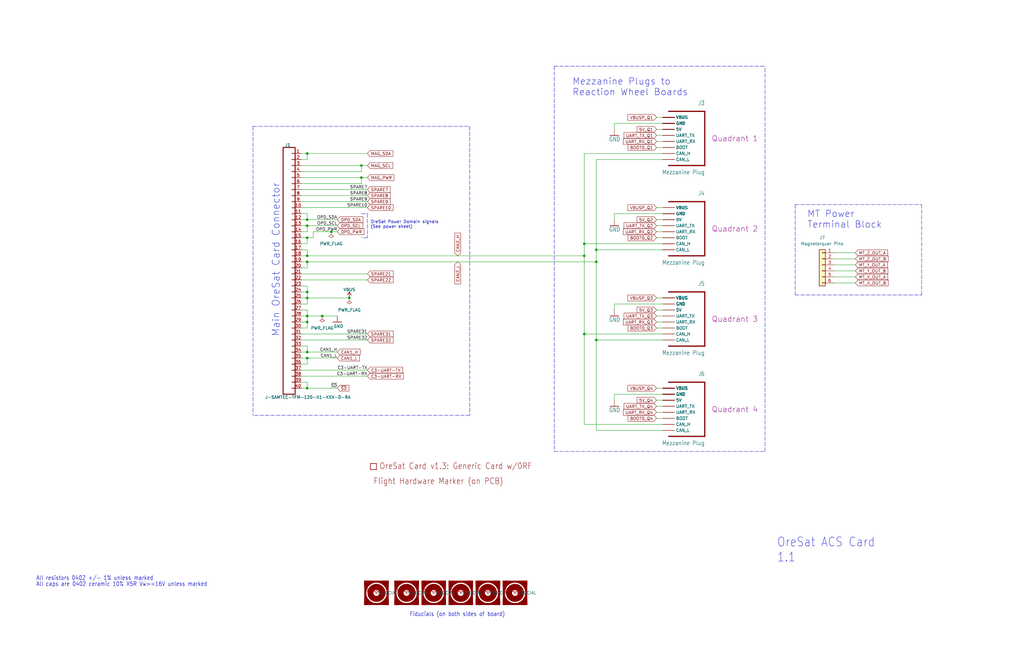
<source format=kicad_sch>
(kicad_sch (version 20211123) (generator eeschema)
  (paper "B")
  (lib_symbols
    (symbol "555600307_1"
      (property "Reference" "J" (at -12.7 13.97 0))
      (property "Value" "555600307_1" (at -12.7 -13.97 0))
      (symbol "555600307_1_1_0"
        (polyline (pts (xy -12.7 -10.16) (xy 2.54 -10.16)) (stroke (width 0.508)))
        (polyline (pts (xy 2.54 12.7) (xy -12.7 12.7)) (stroke (width 0.508)))
        (pin bidirectional line (at 5.08 -7.62 180) (length 5.08) (name "CAN_L") (number "P$1"))
        (pin power_in line (at 5.08 7.62 180) (length 5.08) (name "GND") (number "P$10"))
        (pin power_in line (at 5.08 7.62 180) (length 5.08) (name "GND") (number "P$11"))
        (pin power_in line (at 5.08 10.16 180) (length 5.08) (name "VBUS") (number "P$12"))
        (pin power_in line (at 5.08 10.16 180) (length 5.08) (name "VBUS") (number "P$13"))
        (pin power_in line (at 5.08 10.16 180) (length 5.08) (name "VBUS") (number "P$14"))
        (pin power_in line (at 5.08 10.16 180) (length 5.08) (name "VBUS") (number "P$15"))
        (pin power_in line (at 5.08 10.16 180) (length 5.08) (name "VBUS") (number "P$16"))
        (pin power_in line (at 5.08 10.16 180) (length 5.08) (name "VBUS") (number "P$17"))
        (pin power_in line (at 5.08 10.16 180) (length 5.08) (name "VBUS") (number "P$18"))
        (pin power_in line (at 5.08 10.16 180) (length 5.08) (name "VBUS") (number "P$19"))
        (pin bidirectional line (at 5.08 -5.08 180) (length 5.08) (name "CAN_H") (number "P$2"))
        (pin power_in line (at 5.08 7.62 180) (length 5.08) (name "GND") (number "P$20"))
        (pin power_in line (at 5.08 7.62 180) (length 5.08) (name "GND") (number "P$21"))
        (pin power_in line (at 5.08 7.62 180) (length 5.08) (name "GND") (number "P$22"))
        (pin power_in line (at 5.08 7.62 180) (length 5.08) (name "GND") (number "P$23"))
        (pin power_in line (at 5.08 5.08 180) (length 5.08) (name "5V") (number "P$24"))
        (pin power_in line (at 5.08 5.08 180) (length 5.08) (name "5V") (number "P$25"))
        (pin bidirectional line (at 5.08 2.54 180) (length 5.08) (name "UART_TX") (number "P$26"))
        (pin bidirectional line (at 5.08 0 180) (length 5.08) (name "UART_RX") (number "P$27"))
        (pin bidirectional line (at 5.08 -2.54 180) (length 5.08) (name "BOOT") (number "P$28"))
        (pin bidirectional line (at 5.08 -5.08 180) (length 5.08) (name "CAN_H") (number "P$29"))
        (pin bidirectional line (at 5.08 -2.54 180) (length 5.08) (name "BOOT") (number "P$3"))
        (pin bidirectional line (at 5.08 -7.62 180) (length 5.08) (name "CAN_L") (number "P$30"))
        (pin bidirectional line (at 5.08 0 180) (length 5.08) (name "UART_RX") (number "P$4"))
        (pin bidirectional line (at 5.08 2.54 180) (length 5.08) (name "UART_TX") (number "P$5"))
        (pin power_in line (at 5.08 5.08 180) (length 5.08) (name "5V") (number "P$6"))
        (pin power_in line (at 5.08 5.08 180) (length 5.08) (name "5V") (number "P$7"))
        (pin power_in line (at 5.08 7.62 180) (length 5.08) (name "GND") (number "P$8"))
        (pin power_in line (at 5.08 7.62 180) (length 5.08) (name "GND") (number "P$9"))
      )
      (symbol "555600307_1_1_1"
        (polyline (pts (xy -12.7 12.7) (xy -12.7 -10.16)) (stroke (width 0.508)))
      )
    )
    (symbol "555600307_2"
      (property "Reference" "J" (at -12.7 13.97 0))
      (property "Value" "555600307_2" (at -12.7 -13.97 0))
      (symbol "555600307_2_1_0"
        (polyline (pts (xy -12.7 -10.16) (xy 2.54 -10.16)) (stroke (width 0.508)))
        (polyline (pts (xy 2.54 12.7) (xy -12.7 12.7)) (stroke (width 0.508)))
        (pin bidirectional line (at 5.08 -7.62 180) (length 5.08) (name "CAN_L") (number "P$1"))
        (pin power_in line (at 5.08 7.62 180) (length 5.08) (name "GND") (number "P$10"))
        (pin power_in line (at 5.08 7.62 180) (length 5.08) (name "GND") (number "P$11"))
        (pin power_in line (at 5.08 10.16 180) (length 5.08) (name "VBUS") (number "P$12"))
        (pin power_in line (at 5.08 10.16 180) (length 5.08) (name "VBUS") (number "P$13"))
        (pin power_in line (at 5.08 10.16 180) (length 5.08) (name "VBUS") (number "P$14"))
        (pin power_in line (at 5.08 10.16 180) (length 5.08) (name "VBUS") (number "P$15"))
        (pin power_in line (at 5.08 10.16 180) (length 5.08) (name "VBUS") (number "P$16"))
        (pin power_in line (at 5.08 10.16 180) (length 5.08) (name "VBUS") (number "P$17"))
        (pin power_in line (at 5.08 10.16 180) (length 5.08) (name "VBUS") (number "P$18"))
        (pin power_in line (at 5.08 10.16 180) (length 5.08) (name "VBUS") (number "P$19"))
        (pin bidirectional line (at 5.08 -5.08 180) (length 5.08) (name "CAN_H") (number "P$2"))
        (pin power_in line (at 5.08 7.62 180) (length 5.08) (name "GND") (number "P$20"))
        (pin power_in line (at 5.08 7.62 180) (length 5.08) (name "GND") (number "P$21"))
        (pin power_in line (at 5.08 7.62 180) (length 5.08) (name "GND") (number "P$22"))
        (pin power_in line (at 5.08 7.62 180) (length 5.08) (name "GND") (number "P$23"))
        (pin power_in line (at 5.08 5.08 180) (length 5.08) (name "5V") (number "P$24"))
        (pin power_in line (at 5.08 5.08 180) (length 5.08) (name "5V") (number "P$25"))
        (pin bidirectional line (at 5.08 2.54 180) (length 5.08) (name "UART_TX") (number "P$26"))
        (pin bidirectional line (at 5.08 0 180) (length 5.08) (name "UART_RX") (number "P$27"))
        (pin bidirectional line (at 5.08 -2.54 180) (length 5.08) (name "BOOT") (number "P$28"))
        (pin bidirectional line (at 5.08 -5.08 180) (length 5.08) (name "CAN_H") (number "P$29"))
        (pin bidirectional line (at 5.08 -2.54 180) (length 5.08) (name "BOOT") (number "P$3"))
        (pin bidirectional line (at 5.08 -7.62 180) (length 5.08) (name "CAN_L") (number "P$30"))
        (pin bidirectional line (at 5.08 0 180) (length 5.08) (name "UART_RX") (number "P$4"))
        (pin bidirectional line (at 5.08 2.54 180) (length 5.08) (name "UART_TX") (number "P$5"))
        (pin power_in line (at 5.08 5.08 180) (length 5.08) (name "5V") (number "P$6"))
        (pin power_in line (at 5.08 5.08 180) (length 5.08) (name "5V") (number "P$7"))
        (pin power_in line (at 5.08 7.62 180) (length 5.08) (name "GND") (number "P$8"))
        (pin power_in line (at 5.08 7.62 180) (length 5.08) (name "GND") (number "P$9"))
      )
      (symbol "555600307_2_1_1"
        (polyline (pts (xy -12.7 12.7) (xy -12.7 -10.16)) (stroke (width 0.508)))
      )
    )
    (symbol "555600307_3"
      (property "Reference" "J" (at -12.7 13.97 0))
      (property "Value" "555600307_3" (at -12.7 -13.97 0))
      (symbol "555600307_3_1_0"
        (polyline (pts (xy -12.7 -10.16) (xy 2.54 -10.16)) (stroke (width 0.508)))
        (polyline (pts (xy 2.54 12.7) (xy -12.7 12.7)) (stroke (width 0.508)))
        (pin bidirectional line (at 5.08 -7.62 180) (length 5.08) (name "CAN_L") (number "P$1"))
        (pin power_in line (at 5.08 7.62 180) (length 5.08) (name "GND") (number "P$10"))
        (pin power_in line (at 5.08 7.62 180) (length 5.08) (name "GND") (number "P$11"))
        (pin power_in line (at 5.08 10.16 180) (length 5.08) (name "VBUS") (number "P$12"))
        (pin power_in line (at 5.08 10.16 180) (length 5.08) (name "VBUS") (number "P$13"))
        (pin power_in line (at 5.08 10.16 180) (length 5.08) (name "VBUS") (number "P$14"))
        (pin power_in line (at 5.08 10.16 180) (length 5.08) (name "VBUS") (number "P$15"))
        (pin power_in line (at 5.08 10.16 180) (length 5.08) (name "VBUS") (number "P$16"))
        (pin power_in line (at 5.08 10.16 180) (length 5.08) (name "VBUS") (number "P$17"))
        (pin power_in line (at 5.08 10.16 180) (length 5.08) (name "VBUS") (number "P$18"))
        (pin power_in line (at 5.08 10.16 180) (length 5.08) (name "VBUS") (number "P$19"))
        (pin bidirectional line (at 5.08 -5.08 180) (length 5.08) (name "CAN_H") (number "P$2"))
        (pin power_in line (at 5.08 7.62 180) (length 5.08) (name "GND") (number "P$20"))
        (pin power_in line (at 5.08 7.62 180) (length 5.08) (name "GND") (number "P$21"))
        (pin power_in line (at 5.08 7.62 180) (length 5.08) (name "GND") (number "P$22"))
        (pin power_in line (at 5.08 7.62 180) (length 5.08) (name "GND") (number "P$23"))
        (pin power_in line (at 5.08 5.08 180) (length 5.08) (name "5V") (number "P$24"))
        (pin power_in line (at 5.08 5.08 180) (length 5.08) (name "5V") (number "P$25"))
        (pin bidirectional line (at 5.08 2.54 180) (length 5.08) (name "UART_TX") (number "P$26"))
        (pin bidirectional line (at 5.08 0 180) (length 5.08) (name "UART_RX") (number "P$27"))
        (pin bidirectional line (at 5.08 -2.54 180) (length 5.08) (name "BOOT") (number "P$28"))
        (pin bidirectional line (at 5.08 -5.08 180) (length 5.08) (name "CAN_H") (number "P$29"))
        (pin bidirectional line (at 5.08 -2.54 180) (length 5.08) (name "BOOT") (number "P$3"))
        (pin bidirectional line (at 5.08 -7.62 180) (length 5.08) (name "CAN_L") (number "P$30"))
        (pin bidirectional line (at 5.08 0 180) (length 5.08) (name "UART_RX") (number "P$4"))
        (pin bidirectional line (at 5.08 2.54 180) (length 5.08) (name "UART_TX") (number "P$5"))
        (pin power_in line (at 5.08 5.08 180) (length 5.08) (name "5V") (number "P$6"))
        (pin power_in line (at 5.08 5.08 180) (length 5.08) (name "5V") (number "P$7"))
        (pin power_in line (at 5.08 7.62 180) (length 5.08) (name "GND") (number "P$8"))
        (pin power_in line (at 5.08 7.62 180) (length 5.08) (name "GND") (number "P$9"))
      )
      (symbol "555600307_3_1_1"
        (polyline (pts (xy -12.7 12.7) (xy -12.7 -10.16)) (stroke (width 0.508)))
      )
    )
    (symbol "Connector_Generic:Conn_01x06" (pin_names (offset 1.016) hide)
      (property "Reference" "J" (at 0 7.62 0))
      (property "Value" "Conn_01x06" (at 0 -10.16 0))
      (symbol "Conn_01x06_1_1"
        (rectangle (start -1.27 -7.493) (end 0 -7.747) (stroke (width 0.1524)))
        (rectangle (start -1.27 -4.953) (end 0 -5.207) (stroke (width 0.1524)))
        (rectangle (start -1.27 -2.413) (end 0 -2.667) (stroke (width 0.1524)))
        (rectangle (start -1.27 0.127) (end 0 -0.127) (stroke (width 0.1524)))
        (rectangle (start -1.27 2.667) (end 0 2.413) (stroke (width 0.1524)))
        (rectangle (start -1.27 5.207) (end 0 4.953) (stroke (width 0.1524)))
        (rectangle (start -1.27 6.35) (end 1.27 -8.89) (stroke (width 0.254)) (fill (type background)))
        (pin passive line (at -5.08 5.08 0) (length 3.81) (name "Pin_1") (number "1"))
        (pin passive line (at -5.08 2.54 0) (length 3.81) (name "Pin_2") (number "2"))
        (pin passive line (at -5.08 0 0) (length 3.81) (name "Pin_3") (number "3"))
        (pin passive line (at -5.08 -2.54 0) (length 3.81) (name "Pin_4") (number "4"))
        (pin passive line (at -5.08 -5.08 0) (length 3.81) (name "Pin_5") (number "5"))
        (pin passive line (at -5.08 -7.62 0) (length 3.81) (name "Pin_6") (number "6"))
      )
    )
    (symbol "J-Molex-555600307-mezzanine-plug:555600307"
      (property "Reference" "J" (at -12.7 13.97 0))
      (property "Value" "555600307" (at -12.7 -13.97 0))
      (symbol "555600307_1_0"
        (polyline (pts (xy -12.7 -10.16) (xy 2.54 -10.16)) (stroke (width 0.508)))
        (polyline (pts (xy 2.54 12.7) (xy -12.7 12.7)) (stroke (width 0.508)))
        (pin bidirectional line (at 5.08 -7.62 180) (length 5.08) (name "CAN_L") (number "P$1"))
        (pin power_in line (at 5.08 7.62 180) (length 5.08) (name "GND") (number "P$10"))
        (pin power_in line (at 5.08 7.62 180) (length 5.08) (name "GND") (number "P$11"))
        (pin power_in line (at 5.08 10.16 180) (length 5.08) (name "VBUS") (number "P$12"))
        (pin power_in line (at 5.08 10.16 180) (length 5.08) (name "VBUS") (number "P$13"))
        (pin power_in line (at 5.08 10.16 180) (length 5.08) (name "VBUS") (number "P$14"))
        (pin power_in line (at 5.08 10.16 180) (length 5.08) (name "VBUS") (number "P$15"))
        (pin power_in line (at 5.08 10.16 180) (length 5.08) (name "VBUS") (number "P$16"))
        (pin power_in line (at 5.08 10.16 180) (length 5.08) (name "VBUS") (number "P$17"))
        (pin power_in line (at 5.08 10.16 180) (length 5.08) (name "VBUS") (number "P$18"))
        (pin power_in line (at 5.08 10.16 180) (length 5.08) (name "VBUS") (number "P$19"))
        (pin bidirectional line (at 5.08 -5.08 180) (length 5.08) (name "CAN_H") (number "P$2"))
        (pin power_in line (at 5.08 7.62 180) (length 5.08) (name "GND") (number "P$20"))
        (pin power_in line (at 5.08 7.62 180) (length 5.08) (name "GND") (number "P$21"))
        (pin power_in line (at 5.08 7.62 180) (length 5.08) (name "GND") (number "P$22"))
        (pin power_in line (at 5.08 7.62 180) (length 5.08) (name "GND") (number "P$23"))
        (pin power_in line (at 5.08 5.08 180) (length 5.08) (name "5V") (number "P$24"))
        (pin power_in line (at 5.08 5.08 180) (length 5.08) (name "5V") (number "P$25"))
        (pin bidirectional line (at 5.08 2.54 180) (length 5.08) (name "UART_TX") (number "P$26"))
        (pin bidirectional line (at 5.08 0 180) (length 5.08) (name "UART_RX") (number "P$27"))
        (pin bidirectional line (at 5.08 -2.54 180) (length 5.08) (name "BOOT") (number "P$28"))
        (pin bidirectional line (at 5.08 -5.08 180) (length 5.08) (name "CAN_H") (number "P$29"))
        (pin bidirectional line (at 5.08 -2.54 180) (length 5.08) (name "BOOT") (number "P$3"))
        (pin bidirectional line (at 5.08 -7.62 180) (length 5.08) (name "CAN_L") (number "P$30"))
        (pin bidirectional line (at 5.08 0 180) (length 5.08) (name "UART_RX") (number "P$4"))
        (pin bidirectional line (at 5.08 2.54 180) (length 5.08) (name "UART_TX") (number "P$5"))
        (pin power_in line (at 5.08 5.08 180) (length 5.08) (name "5V") (number "P$6"))
        (pin power_in line (at 5.08 5.08 180) (length 5.08) (name "5V") (number "P$7"))
        (pin power_in line (at 5.08 7.62 180) (length 5.08) (name "GND") (number "P$8"))
        (pin power_in line (at 5.08 7.62 180) (length 5.08) (name "GND") (number "P$9"))
      )
      (symbol "555600307_1_1"
        (polyline (pts (xy -12.7 12.7) (xy -12.7 -10.16)) (stroke (width 0.508)))
      )
    )
    (symbol "J-SAMTEC-TFM-120-01-L-D-RA-oresat-backplane-connector:J-SAMTEC-TFM-120-01-L-D-RA" (pin_names hide)
      (property "Reference" "J" (at -2.54 53.34 0))
      (property "Value" "J-SAMTEC-TFM-120-01-L-D-RA" (at 0 -55.88 0))
      (symbol "J-SAMTEC-TFM-120-01-L-D-RA_0_1"
        (rectangle (start -2.54 50.8) (end 2.54 -53.34) (stroke (width 0.4)))
        (rectangle (start 2.413 -50.673) (end 1.143 -50.927) (stroke (width 0.1524)))
        (rectangle (start 2.413 -48.133) (end 1.143 -48.387) (stroke (width 0.1524)))
        (rectangle (start 2.413 -45.593) (end 1.143 -45.847) (stroke (width 0.1524)))
        (rectangle (start 2.413 -43.053) (end 1.143 -43.307) (stroke (width 0.1524)))
        (rectangle (start 2.413 -40.513) (end 1.143 -40.767) (stroke (width 0.1524)))
        (rectangle (start 2.413 -37.973) (end 1.143 -38.227) (stroke (width 0.1524)))
        (rectangle (start 2.413 -35.433) (end 1.143 -35.687) (stroke (width 0.1524)))
        (rectangle (start 2.413 -32.893) (end 1.143 -33.147) (stroke (width 0.1524)))
        (rectangle (start 2.413 -30.353) (end 1.143 -30.607) (stroke (width 0.1524)))
        (rectangle (start 2.413 -27.813) (end 1.143 -28.067) (stroke (width 0.1524)))
        (rectangle (start 2.413 -25.273) (end 1.143 -25.527) (stroke (width 0.1524)))
        (rectangle (start 2.413 -22.733) (end 1.143 -22.987) (stroke (width 0.1524)))
        (rectangle (start 2.413 -20.193) (end 1.143 -20.447) (stroke (width 0.1524)))
        (rectangle (start 2.413 -17.653) (end 1.143 -17.907) (stroke (width 0.1524)))
        (rectangle (start 2.413 -15.113) (end 1.143 -15.367) (stroke (width 0.1524)))
        (rectangle (start 2.413 -12.573) (end 1.143 -12.827) (stroke (width 0.1524)))
        (rectangle (start 2.413 -10.033) (end 1.143 -10.287) (stroke (width 0.1524)))
        (rectangle (start 2.413 -7.493) (end 1.143 -7.747) (stroke (width 0.1524)))
        (rectangle (start 2.413 -4.953) (end 1.143 -5.207) (stroke (width 0.1524)))
        (rectangle (start 2.413 -2.413) (end 1.143 -2.667) (stroke (width 0.1524)))
        (rectangle (start 2.413 0.127) (end 1.143 -0.127) (stroke (width 0.1524)))
        (rectangle (start 2.413 2.667) (end 1.143 2.413) (stroke (width 0.1524)))
        (rectangle (start 2.413 5.207) (end 1.143 4.953) (stroke (width 0.1524)))
        (rectangle (start 2.413 7.747) (end 1.143 7.493) (stroke (width 0.1524)))
        (rectangle (start 2.413 10.287) (end 1.143 10.033) (stroke (width 0.1524)))
        (rectangle (start 2.413 12.827) (end 1.143 12.573) (stroke (width 0.1524)))
        (rectangle (start 2.413 15.367) (end 1.143 15.113) (stroke (width 0.1524)))
        (rectangle (start 2.413 17.907) (end 1.143 17.653) (stroke (width 0.1524)))
        (rectangle (start 2.413 20.447) (end 1.143 20.193) (stroke (width 0.1524)))
        (rectangle (start 2.413 22.987) (end 1.143 22.733) (stroke (width 0.1524)))
        (rectangle (start 2.413 25.527) (end 1.143 25.273) (stroke (width 0.1524)))
        (rectangle (start 2.413 28.067) (end 1.143 27.813) (stroke (width 0.1524)))
        (rectangle (start 2.413 30.607) (end 1.143 30.353) (stroke (width 0.1524)))
        (rectangle (start 2.413 33.147) (end 1.143 32.893) (stroke (width 0.1524)))
        (rectangle (start 2.413 35.687) (end 1.143 35.433) (stroke (width 0.1524)))
        (rectangle (start 2.413 38.227) (end 1.143 37.973) (stroke (width 0.1524)))
        (rectangle (start 2.413 40.767) (end 1.143 40.513) (stroke (width 0.1524)))
        (rectangle (start 2.413 43.307) (end 1.143 43.053) (stroke (width 0.1524)))
        (rectangle (start 2.413 45.847) (end 1.143 45.593) (stroke (width 0.1524)))
        (rectangle (start 2.413 48.387) (end 1.143 48.133) (stroke (width 0.1524)))
      )
      (symbol "J-SAMTEC-TFM-120-01-L-D-RA_1_1"
        (pin passive line (at 5.08 48.26 180) (length 2.54) (name "") (number "1"))
        (pin passive line (at 5.08 25.4 180) (length 2.54) (name "") (number "10"))
        (pin passive line (at 5.08 22.86 180) (length 2.54) (name "") (number "11"))
        (pin passive line (at 5.08 20.32 180) (length 2.54) (name "") (number "12"))
        (pin passive line (at 5.08 17.78 180) (length 2.54) (name "") (number "13"))
        (pin passive line (at 5.08 15.24 180) (length 2.54) (name "") (number "14"))
        (pin passive line (at 5.08 12.7 180) (length 2.54) (name "") (number "15"))
        (pin passive line (at 5.08 10.16 180) (length 2.54) (name "") (number "16"))
        (pin passive line (at 5.08 7.62 180) (length 2.54) (name "") (number "17"))
        (pin passive line (at 5.08 5.08 180) (length 2.54) (name "") (number "18"))
        (pin passive line (at 5.08 2.54 180) (length 2.54) (name "") (number "19"))
        (pin passive line (at 5.08 45.72 180) (length 2.54) (name "") (number "2"))
        (pin passive line (at 5.08 0 180) (length 2.54) (name "") (number "20"))
        (pin passive line (at 5.08 -2.54 180) (length 2.54) (name "") (number "21"))
        (pin passive line (at 5.08 -5.08 180) (length 2.54) (name "") (number "22"))
        (pin passive line (at 5.08 -7.62 180) (length 2.54) (name "") (number "23"))
        (pin passive line (at 5.08 -10.16 180) (length 2.54) (name "") (number "24"))
        (pin passive line (at 5.08 -12.7 180) (length 2.54) (name "") (number "25"))
        (pin passive line (at 5.08 -15.24 180) (length 2.54) (name "") (number "26"))
        (pin passive line (at 5.08 -17.78 180) (length 2.54) (name "") (number "27"))
        (pin passive line (at 5.08 -20.32 180) (length 2.54) (name "") (number "28"))
        (pin passive line (at 5.08 -22.86 180) (length 2.54) (name "") (number "29"))
        (pin passive line (at 5.08 43.18 180) (length 2.54) (name "") (number "3"))
        (pin passive line (at 5.08 -25.4 180) (length 2.54) (name "") (number "30"))
        (pin passive line (at 5.08 -27.94 180) (length 2.54) (name "") (number "31"))
        (pin passive line (at 5.08 -30.48 180) (length 2.54) (name "") (number "32"))
        (pin passive line (at 5.08 -33.02 180) (length 2.54) (name "") (number "33"))
        (pin passive line (at 5.08 -35.56 180) (length 2.54) (name "") (number "34"))
        (pin passive line (at 5.08 -38.1 180) (length 2.54) (name "") (number "35"))
        (pin passive line (at 5.08 -40.64 180) (length 2.54) (name "") (number "36"))
        (pin passive line (at 5.08 -43.18 180) (length 2.54) (name "") (number "37"))
        (pin passive line (at 5.08 -45.72 180) (length 2.54) (name "") (number "38"))
        (pin passive line (at 5.08 -48.26 180) (length 2.54) (name "") (number "39"))
        (pin passive line (at 5.08 40.64 180) (length 2.54) (name "") (number "4"))
        (pin passive line (at 5.08 -50.8 180) (length 2.54) (name "") (number "40"))
        (pin passive line (at 5.08 38.1 180) (length 2.54) (name "") (number "5"))
        (pin passive line (at 5.08 35.56 180) (length 2.54) (name "") (number "6"))
        (pin passive line (at 5.08 33.02 180) (length 2.54) (name "") (number "7"))
        (pin passive line (at 5.08 30.48 180) (length 2.54) (name "") (number "8"))
        (pin passive line (at 5.08 27.94 180) (length 2.54) (name "") (number "9"))
      )
    )
    (symbol "oresat-acs-card-eagle-import:FIDUCIAL-1.0X2.0"
      (symbol "FIDUCIAL-1.0X2.0_1_0"
        (rectangle (start -5.08 -5.08) (end -3.556 -2.54) (fill (type outline)))
        (rectangle (start -5.08 -5.08) (end -2.54 -3.556) (fill (type outline)))
        (rectangle (start -5.08 2.54) (end -3.556 5.08) (fill (type outline)))
        (rectangle (start -5.08 3.556) (end -2.54 5.08) (fill (type outline)))
        (polyline (pts (xy -5.08 -5.08) (xy -5.08 5.08)) (stroke (width 0.127)))
        (polyline (pts (xy -5.08 -5.08) (xy 5.08 -5.08)) (stroke (width 0.127)))
        (polyline (pts (xy -5.08 5.08) (xy 5.08 5.08)) (stroke (width 0.127)))
        (polyline (pts (xy -4.699 2.54) (xy -4.699 -2.54)) (stroke (width 0.762)))
        (polyline (pts (xy -2.54 -4.699) (xy 2.54 -4.699)) (stroke (width 0.762)))
        (polyline (pts (xy -2.54 4.699) (xy 2.54 4.699)) (stroke (width 0.762)))
        (polyline (pts (xy 4.699 -2.54) (xy 4.699 2.54)) (stroke (width 0.762)))
        (polyline (pts (xy 5.08 5.08) (xy 5.08 -5.08)) (stroke (width 0.127)))
        (circle (center 0 0) (radius 2.54) (stroke (width 2.54)))
        (circle (center 0 0) (radius 4.699) (stroke (width 0.762)))
        (rectangle (start 2.54 -5.08) (end 5.08 -3.556) (fill (type outline)))
        (rectangle (start 2.54 3.556) (end 5.08 5.08) (fill (type outline)))
        (rectangle (start 3.556 -5.08) (end 5.08 -2.54) (fill (type outline)))
        (rectangle (start 3.556 2.54) (end 5.08 5.08) (fill (type outline)))
        (pin no_connect line (at 0 0 0) (length 0) (name "FIDUCIAL") (number "FIDUCIAL"))
      )
    )
    (symbol "oresat-acs-card-eagle-import:FLIGHMARKERNEW"
      (symbol "FLIGHMARKERNEW_1_0"
        (text "Flight Hardware Marker (on PCB)" (at 0 0 0) (effects (font (size 2.54 2.159)) (justify left bottom)))
      )
    )
    (symbol "oresat-acs-card-eagle-import:GND" (power)
      (property "Value" "GND" (at -2.54 -2.54 0))
      (symbol "GND_1_0"
        (polyline (pts (xy -1.905 0) (xy 1.905 0)) (stroke (width 0.254)))
        (pin power_in line (at 0 2.54 270) (length 2.54) (name "GND") (number "1"))
      )
    )
    (symbol "oresat-acs-card-eagle-import:ORESAT-CARD-V1.3-GENERIC-0RF"
      (symbol "ORESAT-CARD-V1.3-GENERIC-0RF_1_0"
        (polyline (pts (xy -1.27 -1.27) (xy 1.27 -1.27)) (stroke (width 0.254)))
        (polyline (pts (xy -1.27 1.27) (xy -1.27 -1.27)) (stroke (width 0.254)))
        (polyline (pts (xy 1.27 -1.27) (xy 1.27 1.27)) (stroke (width 0.254)))
        (polyline (pts (xy 1.27 1.27) (xy -1.27 1.27)) (stroke (width 0.254)))
        (text "OreSat Card v1.3: Generic Card w/0RF" (at 2.54 -1.27 0) (effects (font (size 2.54 2.159)) (justify left bottom)))
      )
    )
    (symbol "oresat-acs-card-eagle-import:VBUS" (power)
      (property "Value" "VBUS" (at 0 0.254 0))
      (symbol "VBUS_1_0"
        (polyline (pts (xy 0 0) (xy -0.762 -1.27)) (stroke (width 0.254)))
        (polyline (pts (xy 0.762 -1.27) (xy 0 0)) (stroke (width 0.254)))
        (pin power_in line (at 0 -2.54 90) (length 2.54) (name "VBUS") (number "1"))
      )
    )
    (symbol "power:PWR_FLAG" (power) (pin_numbers hide) (pin_names (offset 0) hide)
      (property "Value" "PWR_FLAG" (at 0 3.81 0))
      (symbol "PWR_FLAG_0_0"
        (pin power_out line (at 0 0 90) (length 0) (name "pwr") (number "1"))
      )
      (symbol "PWR_FLAG_0_1"
        (polyline (pts (xy 0 0) (xy 0 1.27) (xy -1.016 1.905) (xy 0 2.54) (xy 1.016 1.905) (xy 0 1.27)))
      )
    )
  )
  (junction (at 147.32 125.73))
  (junction (at 129.54 95.25) (diameter 0.9144))
  (junction (at 129.54 163.83) (diameter 0.9144))
  (junction (at 251.46 110.49))
  (junction (at 139.7 97.79))
  (junction (at 129.54 135.89) (diameter 0.9144))
  (junction (at 129.54 92.71) (diameter 0.9144))
  (junction (at 246.38 102.87))
  (junction (at 152.4 74.93))
  (junction (at 251.46 143.51))
  (junction (at 246.38 140.97))
  (junction (at 129.54 123.19) (diameter 0.9144))
  (junction (at 251.46 105.41))
  (junction (at 129.54 148.59) (diameter 0.9144))
  (junction (at 129.54 151.13) (diameter 0.9144))
  (junction (at 129.54 125.73) (diameter 0.9144))
  (junction (at 129.54 64.77) (diameter 0.9144))
  (junction (at 129.54 107.95))
  (junction (at 129.54 133.35) (diameter 0.9144))
  (junction (at 152.4 69.85))
  (junction (at 129.54 100.33) (diameter 0.9144))
  (junction (at 135.89 133.35))
  (junction (at 246.38 107.95))
  (junction (at 129.54 110.49) (diameter 0.9144))
  (wire (pts (xy 259.08 128.27) (xy 259.08 130.81)))
  (wire (pts (xy 129.54 133.35) (xy 135.89 133.35)))
  (wire (pts (xy 129.54 135.89) (xy 129.54 138.43)))
  (wire (pts (xy 129.54 113.03) (xy 127 113.03)))
  (wire (pts (xy 129.54 100.33) (xy 129.54 102.87)))
  (polyline (pts (xy 198.12 53.34) (xy 198.12 175.26)))
  (polyline (pts (xy 106.68 53.34) (xy 106.68 175.26)))
  (wire (pts (xy 129.54 95.25) (xy 129.54 97.79)))
  (wire (pts (xy 129.54 107.95) (xy 246.38 107.95)))
  (wire (pts (xy 127 97.79) (xy 129.54 97.79)))
  (wire (pts (xy 276.86 173.99) (xy 279.4 173.99)))
  (wire (pts (xy 127 100.33) (xy 129.54 100.33)))
  (wire (pts (xy 132.08 100.33) (xy 132.08 97.79)))
  (wire (pts (xy 246.38 102.87) (xy 279.4 102.87)))
  (wire (pts (xy 129.54 161.29) (xy 129.54 163.83)))
  (wire (pts (xy 251.46 181.61) (xy 279.4 181.61)))
  (wire (pts (xy 129.54 105.41) (xy 129.54 107.95)))
  (wire (pts (xy 259.08 90.17) (xy 259.08 92.71)))
  (wire (pts (xy 246.38 64.77) (xy 246.38 102.87)))
  (wire (pts (xy 251.46 143.51) (xy 251.46 181.61)))
  (wire (pts (xy 259.08 128.27) (xy 279.4 128.27)))
  (wire (pts (xy 127 82.55) (xy 154.94 82.55)))
  (wire (pts (xy 279.4 95.25) (xy 276.86 95.25)))
  (wire (pts (xy 127 90.17) (xy 129.54 90.17)))
  (wire (pts (xy 135.89 133.35) (xy 142.24 133.35)))
  (wire (pts (xy 251.46 143.51) (xy 279.4 143.51)))
  (wire (pts (xy 251.46 105.41) (xy 251.46 110.49)))
  (wire (pts (xy 129.54 95.25) (xy 142.24 95.25)))
  (wire (pts (xy 127 130.81) (xy 129.54 130.81)))
  (wire (pts (xy 127 64.77) (xy 129.54 64.77)))
  (wire (pts (xy 351.79 116.84) (xy 360.68 116.84)))
  (wire (pts (xy 279.4 100.33) (xy 276.86 100.33)))
  (wire (pts (xy 246.38 102.87) (xy 246.38 107.95)))
  (wire (pts (xy 276.86 168.91) (xy 279.4 168.91)))
  (wire (pts (xy 279.4 62.23) (xy 276.86 62.23)))
  (polyline (pts (xy 154.94 100.33) (xy 152.4 100.33)))
  (wire (pts (xy 129.54 151.13) (xy 142.24 151.13)))
  (wire (pts (xy 129.54 92.71) (xy 142.24 92.71)))
  (wire (pts (xy 127 146.05) (xy 129.54 146.05)))
  (polyline (pts (xy 152.4 90.17) (xy 154.94 90.17)))
  (wire (pts (xy 127 72.39) (xy 152.4 72.39)))
  (wire (pts (xy 129.54 90.17) (xy 129.54 92.71)))
  (wire (pts (xy 127 151.13) (xy 129.54 151.13)))
  (wire (pts (xy 276.86 176.53) (xy 279.4 176.53)))
  (wire (pts (xy 259.08 166.37) (xy 259.08 168.91)))
  (wire (pts (xy 127 133.35) (xy 129.54 133.35)))
  (wire (pts (xy 129.54 146.05) (xy 129.54 148.59)))
  (wire (pts (xy 127 125.73) (xy 129.54 125.73)))
  (wire (pts (xy 251.46 105.41) (xy 279.4 105.41)))
  (wire (pts (xy 127 95.25) (xy 129.54 95.25)))
  (polyline (pts (xy 154.94 90.17) (xy 154.94 100.33)))
  (wire (pts (xy 276.86 92.71) (xy 279.4 92.71)))
  (wire (pts (xy 127 148.59) (xy 129.54 148.59)))
  (wire (pts (xy 276.86 130.81) (xy 279.4 130.81)))
  (wire (pts (xy 129.54 123.19) (xy 129.54 125.73)))
  (wire (pts (xy 127 69.85) (xy 152.4 69.85)))
  (wire (pts (xy 129.54 100.33) (xy 132.08 100.33)))
  (wire (pts (xy 129.54 135.89) (xy 129.54 133.35)))
  (polyline (pts (xy 233.68 27.94) (xy 322.58 27.94)))
  (wire (pts (xy 276.86 54.61) (xy 279.4 54.61)))
  (wire (pts (xy 129.54 163.83) (xy 127 163.83)))
  (wire (pts (xy 246.38 107.95) (xy 246.38 140.97)))
  (wire (pts (xy 129.54 128.27) (xy 127 128.27)))
  (wire (pts (xy 139.7 97.79) (xy 142.24 97.79)))
  (wire (pts (xy 259.08 52.07) (xy 259.08 54.61)))
  (wire (pts (xy 276.86 163.83) (xy 279.4 163.83)))
  (wire (pts (xy 129.54 125.73) (xy 129.54 128.27)))
  (wire (pts (xy 127 67.31) (xy 129.54 67.31)))
  (wire (pts (xy 276.86 135.89) (xy 279.4 135.89)))
  (wire (pts (xy 246.38 64.77) (xy 279.4 64.77)))
  (polyline (pts (xy 106.68 53.34) (xy 198.12 53.34)))
  (wire (pts (xy 127 92.71) (xy 129.54 92.71)))
  (wire (pts (xy 127 115.57) (xy 154.94 115.57)))
  (wire (pts (xy 129.54 148.59) (xy 142.24 148.59)))
  (polyline (pts (xy 233.68 190.5) (xy 322.58 190.5)))
  (wire (pts (xy 129.54 123.19) (xy 127 123.19)))
  (wire (pts (xy 276.86 171.45) (xy 279.4 171.45)))
  (polyline (pts (xy 322.58 190.5) (xy 322.58 27.94)))
  (wire (pts (xy 127 110.49) (xy 129.54 110.49)))
  (wire (pts (xy 279.4 57.15) (xy 276.86 57.15)))
  (wire (pts (xy 251.46 67.31) (xy 279.4 67.31)))
  (wire (pts (xy 127 107.95) (xy 129.54 107.95)))
  (wire (pts (xy 127 156.21) (xy 154.94 156.21)))
  (wire (pts (xy 129.54 110.49) (xy 129.54 113.03)))
  (wire (pts (xy 127 77.47) (xy 152.4 77.47)))
  (polyline (pts (xy 335.28 86.36) (xy 335.28 124.46)))
  (polyline (pts (xy 198.12 175.26) (xy 106.68 175.26)))
  (wire (pts (xy 127 118.11) (xy 154.94 118.11)))
  (wire (pts (xy 152.4 74.93) (xy 154.94 74.93)))
  (wire (pts (xy 276.86 138.43) (xy 279.4 138.43)))
  (wire (pts (xy 276.86 133.35) (xy 279.4 133.35)))
  (wire (pts (xy 351.79 111.76) (xy 360.68 111.76)))
  (wire (pts (xy 129.54 125.73) (xy 147.32 125.73)))
  (wire (pts (xy 251.46 110.49) (xy 251.46 143.51)))
  (polyline (pts (xy 335.28 124.46) (xy 388.62 124.46)))
  (wire (pts (xy 152.4 69.85) (xy 154.94 69.85)))
  (wire (pts (xy 246.38 140.97) (xy 246.38 179.07)))
  (wire (pts (xy 127 85.09) (xy 154.94 85.09)))
  (wire (pts (xy 127 120.65) (xy 129.54 120.65)))
  (wire (pts (xy 127 102.87) (xy 129.54 102.87)))
  (wire (pts (xy 129.54 151.13) (xy 129.54 153.67)))
  (polyline (pts (xy 388.62 124.46) (xy 388.62 86.36)))
  (wire (pts (xy 259.08 90.17) (xy 279.4 90.17)))
  (wire (pts (xy 351.79 114.3) (xy 360.68 114.3)))
  (polyline (pts (xy 335.28 86.36) (xy 388.62 86.36)))
  (wire (pts (xy 127 143.51) (xy 154.94 143.51)))
  (wire (pts (xy 279.4 166.37) (xy 259.08 166.37)))
  (wire (pts (xy 129.54 130.81) (xy 129.54 133.35)))
  (wire (pts (xy 129.54 110.49) (xy 251.46 110.49)))
  (wire (pts (xy 279.4 59.69) (xy 276.86 59.69)))
  (wire (pts (xy 279.4 52.07) (xy 259.08 52.07)))
  (wire (pts (xy 279.4 179.07) (xy 246.38 179.07)))
  (wire (pts (xy 351.79 109.22) (xy 360.68 109.22)))
  (wire (pts (xy 129.54 153.67) (xy 127 153.67)))
  (wire (pts (xy 251.46 67.31) (xy 251.46 105.41)))
  (wire (pts (xy 129.54 67.31) (xy 129.54 64.77)))
  (wire (pts (xy 127 138.43) (xy 129.54 138.43)))
  (wire (pts (xy 127 140.97) (xy 154.94 140.97)))
  (wire (pts (xy 279.4 87.63) (xy 276.86 87.63)))
  (polyline (pts (xy 233.68 27.94) (xy 233.68 190.5)))
  (wire (pts (xy 127 74.93) (xy 152.4 74.93)))
  (wire (pts (xy 129.54 64.77) (xy 154.94 64.77)))
  (wire (pts (xy 129.54 163.83) (xy 142.24 163.83)))
  (wire (pts (xy 152.4 69.85) (xy 152.4 72.39)))
  (wire (pts (xy 246.38 140.97) (xy 279.4 140.97)))
  (wire (pts (xy 351.79 106.68) (xy 360.68 106.68)))
  (wire (pts (xy 279.4 49.53) (xy 276.86 49.53)))
  (wire (pts (xy 129.54 120.65) (xy 129.54 123.19)))
  (wire (pts (xy 127 135.89) (xy 129.54 135.89)))
  (wire (pts (xy 276.86 125.73) (xy 279.4 125.73)))
  (wire (pts (xy 127 87.63) (xy 154.94 87.63)))
  (wire (pts (xy 132.08 97.79) (xy 139.7 97.79)))
  (wire (pts (xy 152.4 74.93) (xy 152.4 77.47)))
  (wire (pts (xy 127 80.01) (xy 154.94 80.01)))
  (wire (pts (xy 127 105.41) (xy 129.54 105.41)))
  (wire (pts (xy 351.79 119.38) (xy 360.68 119.38)))
  (wire (pts (xy 127 158.75) (xy 154.94 158.75)))
  (wire (pts (xy 127 161.29) (xy 129.54 161.29)))
  (wire (pts (xy 279.4 97.79) (xy 276.86 97.79)))
  (text "OreSat ACS Card" (at 327.66 231.14 180) (effects (font (size 3.81 3.2385)) (justify left bottom)))
  (text "1.1" (at 327.66 237.49 180) (effects (font (size 3.81 3.2385)) (justify left bottom)))
  (text "Main OreSat Card Connector" (at 118.11 142.24 90) (effects (font (size 3 3)) (justify left bottom)))
  (text "Fiducials (on both sides of board)" (at 172.72 260.35 180) (effects (font (size 1.778 1.5113)) (justify left bottom)))
  (text "Mezzanine Plugs to\nReaction Wheel Boards" (at 241.3 40.64 0) (effects (font (size 2.794 2.794)) (justify left bottom)))
  (text "MT Power\nTerminal Block" (at 340.36 96.52 0) (effects (font (size 2.794 2.794)) (justify left bottom)))
  (text "OreSat Power Domain signals\n(See power sheet)" (at 156.21 96.52 180) (effects (font (size 1.27 1.27)) (justify left bottom)))
  (text "All caps are 0402 ceramic 10% X5R Vw>=16V unless marked" (at 15.24 247.65 0) (effects (font (size 1.778 1.5113)) (justify left bottom)))
  (text "All resistors 0402 +/- 1% unless marked" (at 15.24 245.11 180) (effects (font (size 1.778 1.5113)) (justify left bottom)))
  (label "SPARE32" (at 154.94 143.51 180))
  (label "OPD_SDA" (at 142.24 92.71 180))
  (label "CAN1_H" (at 142.24 148.59 180))
  (label "OPD_PWR" (at 142.24 97.79 180))
  (label "OPD_SCL" (at 142.24 95.25 180))
  (label "~{SD}" (at 142.24 163.83 180))
  (label "CAN1_L" (at 142.24 151.13 180))
  (label "SPARE31" (at 154.94 140.97 180))
  (label "C3-UART-TX" (at 154.94 156.21 180))
  (label "SPARE10" (at 154.94 87.63 180))
  (label "SPARE7" (at 154.94 80.01 180))
  (label "C3-UART-RX" (at 154.94 158.75 180))
  (label "SPARE9" (at 154.94 85.09 180))
  (label "SPARE8" (at 154.94 82.55 180))
  (global_label "SPARE31" (shape input) (at 154.94 140.97 0) (property "Intersheet References" "${INTERSHEET_REFS}" (effects hide)))
  (global_label "CAN1_L" (shape input) (at 142.24 151.13 0) (property "Intersheet References" "${INTERSHEET_REFS}" (effects hide)))
  (global_label "CAN2_H" (shape input) (at 193.04 107.95 90) (property "Intersheet References" "${INTERSHEET_REFS}" (effects hide)))
  (global_label "SPARE32" (shape input) (at 154.94 143.51 0) (property "Intersheet References" "${INTERSHEET_REFS}" (effects hide)))
  (global_label "BOOT0_Q1" (shape input) (at 276.86 62.23 180) (property "Intersheet References" "${INTERSHEET_REFS}" (effects hide)))
  (global_label "CAN1_H" (shape input) (at 142.24 148.59 0) (property "Intersheet References" "${INTERSHEET_REFS}" (effects hide)))
  (global_label "5V_Q1" (shape input) (at 276.86 54.61 180) (property "Intersheet References" "${INTERSHEET_REFS}" (effects hide)))
  (global_label "~{SD}" (shape input) (at 142.24 163.83 0) (property "Intersheet References" "${INTERSHEET_REFS}" (effects hide)))
  (global_label "SPARE10" (shape input) (at 154.94 87.63 0) (property "Intersheet References" "${INTERSHEET_REFS}" (effects hide)))
  (global_label "SPARE7" (shape input) (at 154.94 80.01 0) (property "Intersheet References" "${INTERSHEET_REFS}" (effects hide)))
  (global_label "MAG_PWR" (shape input) (at 154.94 74.93 0) (property "Intersheet References" "${INTERSHEET_REFS}" (effects hide)))
  (global_label "UART_RX_Q4" (shape input) (at 276.86 173.99 180) (property "Intersheet References" "${INTERSHEET_REFS}" (effects hide)))
  (global_label "MAG_SDA" (shape input) (at 154.94 64.77 0) (property "Intersheet References" "${INTERSHEET_REFS}" (effects hide)))
  (global_label "SPARE8" (shape input) (at 154.94 82.55 0) (property "Intersheet References" "${INTERSHEET_REFS}" (effects hide)))
  (global_label "C3-UART-RX" (shape input) (at 154.94 158.75 0) (property "Intersheet References" "${INTERSHEET_REFS}" (effects hide)))
  (global_label "5V_Q4" (shape input) (at 276.86 168.91 180) (property "Intersheet References" "${INTERSHEET_REFS}" (effects hide)))
  (global_label "MT_X_OUT_A" (shape input) (at 360.68 116.84 0) (property "Intersheet References" "${INTERSHEET_REFS}" (effects hide)))
  (global_label "5V_Q2" (shape input) (at 276.86 92.71 180) (property "Intersheet References" "${INTERSHEET_REFS}" (effects hide)))
  (global_label "MAG_SCL" (shape input) (at 154.94 69.85 0) (property "Intersheet References" "${INTERSHEET_REFS}" (effects hide)))
  (global_label "VBUSP_Q1" (shape input) (at 276.86 49.53 180) (property "Intersheet References" "${INTERSHEET_REFS}" (effects hide)))
  (global_label "MT_Y_OUT_B" (shape input) (at 360.68 114.3 0) (property "Intersheet References" "${INTERSHEET_REFS}" (effects hide)))
  (global_label "5V_Q3" (shape input) (at 276.86 130.81 180) (property "Intersheet References" "${INTERSHEET_REFS}" (effects hide)))
  (global_label "MT_Z_OUT_A" (shape input) (at 360.68 106.68 0) (property "Intersheet References" "${INTERSHEET_REFS}" (effects hide)))
  (global_label "MT_X_OUT_B" (shape input) (at 360.68 119.38 0) (property "Intersheet References" "${INTERSHEET_REFS}" (effects hide)))
  (global_label "BOOT0_Q3" (shape input) (at 276.86 138.43 180) (property "Intersheet References" "${INTERSHEET_REFS}" (effects hide)))
  (global_label "OPD_SDA" (shape input) (at 142.24 92.71 0) (property "Intersheet References" "${INTERSHEET_REFS}" (effects hide)))
  (global_label "MT_Z_OUT_B" (shape input) (at 360.68 109.22 0) (property "Intersheet References" "${INTERSHEET_REFS}" (effects hide)))
  (global_label "UART_RX_Q3" (shape input) (at 276.86 135.89 180) (property "Intersheet References" "${INTERSHEET_REFS}" (effects hide)))
  (global_label "BOOT0_Q2" (shape input) (at 276.86 100.33 180) (property "Intersheet References" "${INTERSHEET_REFS}" (effects hide)))
  (global_label "UART_TX_Q1" (shape input) (at 276.86 57.15 180) (property "Intersheet References" "${INTERSHEET_REFS}" (effects hide)))
  (global_label "OPD_SCL" (shape input) (at 142.24 95.25 0) (property "Intersheet References" "${INTERSHEET_REFS}" (effects hide)))
  (global_label "SPARE9" (shape input) (at 154.94 85.09 0) (property "Intersheet References" "${INTERSHEET_REFS}" (effects hide)))
  (global_label "UART_TX_Q3" (shape input) (at 276.86 133.35 180) (property "Intersheet References" "${INTERSHEET_REFS}" (effects hide)))
  (global_label "SPARE21" (shape input) (at 154.94 115.57 0) (property "Intersheet References" "${INTERSHEET_REFS}" (effects hide)))
  (global_label "SPARE22" (shape input) (at 154.94 118.11 0) (property "Intersheet References" "${INTERSHEET_REFS}" (effects hide)))
  (global_label "MT_Y_OUT_A" (shape input) (at 360.68 111.76 0) (property "Intersheet References" "${INTERSHEET_REFS}" (effects hide)))
  (global_label "VBUSP_Q2" (shape input) (at 276.86 87.63 180) (property "Intersheet References" "${INTERSHEET_REFS}" (effects hide)))
  (global_label "C3-UART-TX" (shape input) (at 154.94 156.21 0) (property "Intersheet References" "${INTERSHEET_REFS}" (effects hide)))
  (global_label "UART_TX_Q4" (shape input) (at 276.86 171.45 180) (property "Intersheet References" "${INTERSHEET_REFS}" (effects hide)))
  (global_label "VBUSP_Q4" (shape input) (at 276.86 163.83 180) (property "Intersheet References" "${INTERSHEET_REFS}" (effects hide)))
  (global_label "UART_TX_Q2" (shape input) (at 276.86 95.25 180) (property "Intersheet References" "${INTERSHEET_REFS}" (effects hide)))
  (global_label "OPD_PWR" (shape input) (at 142.24 97.79 0) (property "Intersheet References" "${INTERSHEET_REFS}" (effects hide)))
  (global_label "VBUSP_Q3" (shape input) (at 276.86 125.73 180) (property "Intersheet References" "${INTERSHEET_REFS}" (effects hide)))
  (global_label "UART_RX_Q1" (shape input) (at 276.86 59.69 180) (property "Intersheet References" "${INTERSHEET_REFS}" (effects hide)))
  (global_label "UART_RX_Q2" (shape input) (at 276.86 97.79 180) (property "Intersheet References" "${INTERSHEET_REFS}" (effects hide)))
  (global_label "BOOT0_Q4" (shape input) (at 276.86 176.53 180) (property "Intersheet References" "${INTERSHEET_REFS}" (effects hide)))
  (global_label "CAN2_L" (shape input) (at 193.04 110.49 270) (property "Intersheet References" "${INTERSHEET_REFS}" (effects hide)))
  (symbol (lib_id "Connector_Generic:Conn_01x06") (at 346.71 111.76 0) (mirror y) (unit 1)
    (property "Reference" "J7" (at 346.71 100.33 0))
    (property "Value" "Magnetorquer Pins" (at 346.71 102.87 0))
    (property "Footprint" "oresat-footprints:J-Wurth-691243100006" (effects hide))
    (property "Description" "6 Position Wire to Board Terminal Block Vertical with Board 0.138\" (3.50mm) Through Hole" (effects hide))
  )
  (symbol (lib_id "oresat-acs-card-eagle-import:VBUS") (at 147.32 123.19 0) (unit 1)
    (property "Reference" "#VBUS01" (effects hide))
    (property "Value" "VBUS" (at 147.32 122.936 0) (effects (justify bottom)))
  )
  (symbol (lib_id "oresat-acs-card-eagle-import:GND") (at 259.08 171.45 0) (mirror y) (unit 1)
    (property "Reference" "#GND05" (effects hide))
    (property "Value" "GND" (at 261.62 173.99 0) (effects (font (size 1.778 1.5113)) (justify left bottom)))
  )
  (symbol (lib_id "J-SAMTEC-TFM-120-01-L-D-RA-oresat-backplane-connector:J-SAMTEC-TFM-120-01-L-D-RA") (at 121.92 113.03 0) (unit 1)
    (property "Reference" "J1" (at 120.142 61.1632 0) (effects (justify left)))
    (property "Value" "J-SAMTEC-TFM-120-X1-XXX-D-RA" (at 111.76 167.64 0) (effects (justify left)))
    (property "Footprint" "oresat-footprints:J-SAMTEC-TFM-120-X1-XXX-D-RA" (effects hide))
    (property "DIST" "Digi-Key" (effects hide))
    (property "DPN" "SAM10145-ND " (effects hide))
    (property "MFR" "Samtec" (effects hide))
    (property "MPN" "TFM-120-01-L-D-RA" (effects hide))
  )
  (symbol (lib_id "power:PWR_FLAG") (at 139.7 97.79 180) (unit 1)
    (property "Reference" "#FLG0101" (effects hide))
    (property "Value" "PWR_FLAG" (at 139.7 102.87 0))
  )
  (symbol (lib_id "oresat-acs-card-eagle-import:FIDUCIAL-1.0X2.0") (at 217.17 250.19 0) (unit 1) (in_bom no)
    (property "Reference" "FIDUCIAL6" (effects hide))
    (property "Value" "FIDUCIAL-1.0X2.0" (effects hide))
    (property "Footprint" "oresat-acs-card:FIDUCIAL-1.0X2.0" (effects hide))
  )
  (symbol (lib_name "555600307_2") (lib_id "J-Molex-555600307-mezzanine-plug:555600307") (at 284.48 59.69 0) (mirror y) (unit 1)
    (property "Reference" "J3" (at 297.18 44.45 0) (effects (font (size 1.778 1.5113)) (justify left bottom)))
    (property "Value" "Mezzanine Plug" (at 297.18 73.66 0) (effects (font (size 1.778 1.5113)) (justify left bottom)))
    (property "Footprint" "oresat-footprints:J-Molex-555600307" (effects hide))
    (property "Field4" "Quadrant 1" (at 309.88 58.42 0) (effects (font (size 2.286 2.286))))
  )
  (symbol (lib_id "oresat-acs-card-eagle-import:GND") (at 259.08 57.15 0) (mirror y) (unit 1)
    (property "Reference" "#GND02" (effects hide))
    (property "Value" "GND" (at 261.62 59.69 0) (effects (font (size 1.778 1.5113)) (justify left bottom)))
  )
  (symbol (lib_id "oresat-acs-card-eagle-import:ORESAT-CARD-V1.3-GENERIC-0RF") (at 157.48 196.85 0) (unit 1) (in_bom no)
    (property "Reference" "PCB1" (effects hide))
    (property "Value" "ORESAT-CARD-V1.3-GENERIC-0RF" (effects hide))
    (property "Footprint" "oresat-acs-card:ORESAT-CARD-V1.3-GENERIC-0RF" (effects hide))
  )
  (symbol (lib_id "oresat-acs-card-eagle-import:FIDUCIAL-1.0X2.0") (at 158.75 250.19 0) (unit 1) (in_bom no)
    (property "Reference" "FIDUCIAL1" (effects hide))
    (property "Value" "FIDUCIAL-1.0X2.0" (effects hide))
    (property "Footprint" "oresat-acs-card:FIDUCIAL-1.0X2.0" (effects hide))
  )
  (symbol (lib_id "oresat-acs-card-eagle-import:GND") (at 259.08 95.25 0) (mirror y) (unit 1)
    (property "Reference" "#GND03" (effects hide))
    (property "Value" "GND" (at 261.62 97.79 0) (effects (font (size 1.778 1.5113)) (justify left bottom)))
  )
  (symbol (lib_name "555600307_1") (lib_id "J-Molex-555600307-mezzanine-plug:555600307") (at 284.48 97.79 0) (mirror y) (unit 1)
    (property "Reference" "J4" (at 297.18 82.55 0) (effects (font (size 1.778 1.5113)) (justify left bottom)))
    (property "Value" "Mezzanine Plug" (at 297.18 111.76 0) (effects (font (size 1.778 1.5113)) (justify left bottom)))
    (property "Footprint" "oresat-footprints:J-Molex-555600307" (effects hide))
    (property "Field4" "Quadrant 2" (at 309.88 96.52 0) (effects (font (size 2.286 2.286))))
  )
  (symbol (lib_name "555600307_3") (lib_id "J-Molex-555600307-mezzanine-plug:555600307") (at 284.48 135.89 0) (mirror y) (unit 1)
    (property "Reference" "J5" (at 297.18 120.65 0) (effects (font (size 1.778 1.5113)) (justify left bottom)))
    (property "Value" "Mezzanine Plug" (at 297.18 149.86 0) (effects (font (size 1.778 1.5113)) (justify left bottom)))
    (property "Footprint" "oresat-footprints:J-Molex-555600307" (effects hide))
    (property "Field4" "Quadrant 3" (at 309.88 134.62 0) (effects (font (size 2.286 2.286))))
  )
  (symbol (lib_id "oresat-acs-card-eagle-import:FIDUCIAL-1.0X2.0") (at 194.31 250.19 0) (unit 1) (in_bom no)
    (property "Reference" "FIDUCIAL4" (effects hide))
    (property "Value" "FIDUCIAL-1.0X2.0" (effects hide))
    (property "Footprint" "oresat-acs-card:FIDUCIAL-1.0X2.0" (effects hide))
  )
  (symbol (lib_id "oresat-acs-card-eagle-import:FIDUCIAL-1.0X2.0") (at 171.45 250.19 0) (unit 1) (in_bom no)
    (property "Reference" "FIDUCIAL2" (effects hide))
    (property "Value" "FIDUCIAL-1.0X2.0" (effects hide))
    (property "Footprint" "oresat-acs-card:FIDUCIAL-1.0X2.0" (effects hide))
  )
  (symbol (lib_id "power:PWR_FLAG") (at 135.89 133.35 180) (unit 1)
    (property "Reference" "#FLG01" (effects hide))
    (property "Value" "PWR_FLAG" (at 135.89 138.43 0))
  )
  (symbol (lib_id "oresat-acs-card-eagle-import:GND") (at 259.08 133.35 0) (mirror y) (unit 1)
    (property "Reference" "#GND04" (effects hide))
    (property "Value" "GND" (at 261.62 135.89 0) (effects (font (size 1.778 1.5113)) (justify left bottom)))
  )
  (symbol (lib_id "power:PWR_FLAG") (at 147.32 125.73 180) (unit 1)
    (property "Reference" "#FLG0102" (effects hide))
    (property "Value" "PWR_FLAG" (at 147.32 130.81 0))
  )
  (symbol (lib_id "oresat-acs-card-eagle-import:GND") (at 142.24 135.89 0) (mirror y) (unit 1)
    (property "Reference" "#GND01" (effects hide))
    (property "Value" "GND" (at 144.78 138.43 0) (effects (justify left bottom)))
  )
  (symbol (lib_id "oresat-acs-card-eagle-import:FIDUCIAL-1.0X2.0") (at 182.88 250.19 0) (unit 1) (in_bom no)
    (property "Reference" "FIDUCIAL3" (effects hide))
    (property "Value" "FIDUCIAL-1.0X2.0" (effects hide))
    (property "Footprint" "oresat-acs-card:FIDUCIAL-1.0X2.0" (effects hide))
  )
  (symbol (lib_id "oresat-acs-card-eagle-import:FIDUCIAL-1.0X2.0") (at 205.74 250.19 0) (unit 1) (in_bom no)
    (property "Reference" "FIDUCIAL5" (effects hide))
    (property "Value" "FIDUCIAL-1.0X2.0" (effects hide))
    (property "Footprint" "oresat-acs-card:FIDUCIAL-1.0X2.0" (effects hide))
  )
  (symbol (lib_id "oresat-acs-card-eagle-import:FLIGHMARKERNEW") (at 157.48 204.47 0) (unit 1) (in_bom no)
    (property "Reference" "U$1" (effects hide))
    (property "Value" "FLIGHMARKERNEW" (effects hide))
    (property "Footprint" "oresat-acs-card:FLIGHTMARKER_NEW_BOARDS" (effects hide))
  )
  (symbol (lib_id "J-Molex-555600307-mezzanine-plug:555600307") (at 284.48 173.99 0) (mirror y) (unit 1)
    (property "Reference" "J6" (at 297.18 158.75 0) (effects (font (size 1.778 1.5113)) (justify left bottom)))
    (property "Value" "Mezzanine Plug" (at 297.18 187.96 0) (effects (font (size 1.778 1.5113)) (justify left bottom)))
    (property "Footprint" "oresat-footprints:J-Molex-555600307" (effects hide))
    (property "Field4" "Quadrant 4" (at 309.88 172.72 0) (effects (font (size 2.286 2.286))))
  )
)
</source>
